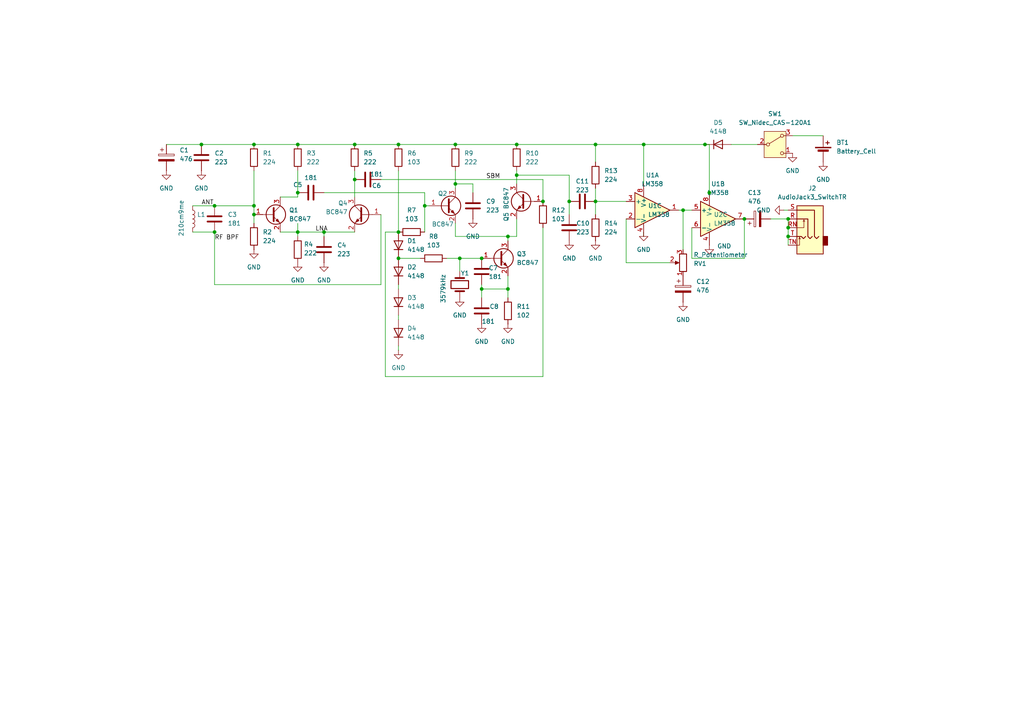
<source format=kicad_sch>
(kicad_sch (version 20250114) (generator "eeschema") (generator_version "9.0")
  (paper "A4")
  (title_block (date "2025-06-12"))
  (lib_symbols
    (symbol "Amplifier_Operational:LM358" (pin_names (offset 0.127))
      (property "Reference" "U" (at 0 5.08 0))
      (property "Value" "LM358" (at 0 -5.08 0))
      (symbol "LM358_1_1"
        (polyline (pts (xy -5.08 5.08) (xy 5.08 0) (xy -5.08 -5.08) (xy -5.08 5.08)) (stroke (width 0.254)) (fill (type background)))
        (pin input line (at -7.62 2.54 0) (length 2.54) (name "+") (number "3"))
        (pin input line (at -7.62 -2.54 0) (length 2.54) (name "-") (number "2"))
        (pin output line (at 7.62 0 180) (length 2.54) (name "~") (number "1"))
      )
      (symbol "LM358_2_1"
        (polyline (pts (xy -5.08 5.08) (xy 5.08 0) (xy -5.08 -5.08) (xy -5.08 5.08)) (stroke (width 0.254)) (fill (type background)))
        (pin input line (at -7.62 2.54 0) (length 2.54) (name "+") (number "5"))
        (pin input line (at -7.62 -2.54 0) (length 2.54) (name "-") (number "6"))
        (pin output line (at 7.62 0 180) (length 2.54) (name "~") (number "7"))
      )
      (symbol "LM358_3_1"
        (pin power_in line (at -2.54 7.62 270) (length 3.81) (name "V+") (number "8"))
        (pin power_in line (at -2.54 -7.62 90) (length 3.81) (name "V-") (number "4"))
      )
    )
    (symbol "Connector_Audio:AudioJack3_SwitchTR"
      (property "Reference" "J" (at 0 8.89 0))
      (property "Value" "AudioJack3_SwitchTR" (at 0 6.35 0))
      (symbol "AudioJack3_SwitchTR_0_1"
        (rectangle (start -5.08 -5.08) (end -6.35 -7.62) (stroke (width 0.254)) (fill (type outline)))
        (polyline (pts (xy -1.905 -5.08) (xy -1.27 -5.715) (xy -0.635 -5.08) (xy -0.635 0) (xy 2.54 0)) (stroke (width 0.254)))
        (polyline (pts (xy 0 -5.08) (xy 0.635 -5.715) (xy 1.27 -5.08) (xy 2.54 -5.08)) (stroke (width 0.254)))
        (polyline (pts (xy 0.508 -0.254) (xy 0.762 -0.762)))
        (polyline (pts (xy 1.778 -5.334) (xy 2.032 -5.842)))
        (rectangle (start 2.54 3.81) (end -5.08 -10.16) (stroke (width 0.254)) (fill (type background)))
        (polyline (pts (xy 2.54 2.54) (xy -2.54 2.54) (xy -2.54 -5.08) (xy -3.175 -5.715) (xy -3.81 -5.08)) (stroke (width 0.254)))
        (polyline (pts (xy 2.54 -2.54) (xy 0.508 -2.54) (xy 0.508 -0.254) (xy 0.254 -0.762)))
        (polyline (pts (xy 2.54 -7.62) (xy 1.778 -7.62) (xy 1.778 -5.334) (xy 1.524 -5.842)))
      )
      (symbol "AudioJack3_SwitchTR_1_1"
        (pin passive line (at 5.08 2.54 180) (length 2.54) (name "~") (number "S"))
        (pin passive line (at 5.08 0 180) (length 2.54) (name "~") (number "R"))
        (pin passive line (at 5.08 -2.54 180) (length 2.54) (name "~") (number "RN"))
        (pin passive line (at 5.08 -5.08 180) (length 2.54) (name "~") (number "T"))
        (pin passive line (at 5.08 -7.62 180) (length 2.54) (name "~") (number "TN"))
      )
    )
    (symbol "Device:Battery_Cell" (pin_numbers (hide yes)) (pin_names (offset 0) (hide yes))
      (property "Reference" "BT" (at 2.54 2.54 0))
      (property "Value" "Battery_Cell" (at 2.54 0 0))
      (symbol "Battery_Cell_0_1"
        (rectangle (start -2.286 1.778) (end 2.286 1.524) (fill (type outline)))
        (rectangle (start -1.524 1.016) (end 1.524 0.508) (fill (type outline)))
        (polyline (pts (xy 0 1.778) (xy 0 2.54)))
        (polyline (pts (xy 0 0.762) (xy 0 0)))
        (polyline (pts (xy 0.762 3.048) (xy 1.778 3.048)) (stroke (width 0.254)))
        (polyline (pts (xy 1.27 3.556) (xy 1.27 2.54)) (stroke (width 0.254)))
      )
      (symbol "Battery_Cell_1_1"
        (pin passive line (at 0 5.08 270) (length 2.54) (name "+") (number "1"))
        (pin passive line (at 0 -2.54 90) (length 2.54) (name "-") (number "2"))
      )
    )
    (symbol "Device:C" (pin_numbers (hide yes)) (pin_names (offset 0.254))
      (property "Reference" "C" (at 0.635 2.54 0))
      (property "Value" "C" (at 0.635 -2.54 0))
      (symbol "C_0_1"
        (polyline (pts (xy -2.032 0.762) (xy 2.032 0.762)) (stroke (width 0.508)))
        (polyline (pts (xy -2.032 -0.762) (xy 2.032 -0.762)) (stroke (width 0.508)))
      )
      (symbol "C_1_1"
        (pin passive line (at 0 3.81 270) (length 2.794) (name "~") (number "1"))
        (pin passive line (at 0 -3.81 90) (length 2.794) (name "~") (number "2"))
      )
    )
    (symbol "Device:C_Polarized" (pin_numbers (hide yes)) (pin_names (offset 0.254))
      (property "Reference" "C" (at 0.635 2.54 0))
      (property "Value" "C_Polarized" (at 0.635 -2.54 0))
      (symbol "C_Polarized_0_1"
        (rectangle (start -2.286 0.508) (end 2.286 1.016))
        (polyline (pts (xy -1.778 2.286) (xy -0.762 2.286)))
        (polyline (pts (xy -1.27 2.794) (xy -1.27 1.778)))
        (rectangle (start 2.286 -0.508) (end -2.286 -1.016) (fill (type outline)))
      )
      (symbol "C_Polarized_1_1"
        (pin passive line (at 0 3.81 270) (length 2.794) (name "~") (number "1"))
        (pin passive line (at 0 -3.81 90) (length 2.794) (name "~") (number "2"))
      )
    )
    (symbol "Device:Crystal" (pin_numbers (hide yes)) (pin_names (offset 1.016) (hide yes))
      (property "Reference" "Y" (at 0 3.81 0))
      (property "Value" "Crystal" (at 0 -3.81 0))
      (symbol "Crystal_0_1"
        (polyline (pts (xy -2.54 0) (xy -1.905 0)))
        (polyline (pts (xy -1.905 -1.27) (xy -1.905 1.27)) (stroke (width 0.508)))
        (rectangle (start -1.143 2.54) (end 1.143 -2.54) (stroke (width 0.3048)))
        (polyline (pts (xy 1.905 -1.27) (xy 1.905 1.27)) (stroke (width 0.508)))
        (polyline (pts (xy 2.54 0) (xy 1.905 0)))
      )
      (symbol "Crystal_1_1"
        (pin passive line (at -3.81 0 0) (length 1.27) (name "1") (number "1"))
        (pin passive line (at 3.81 0 180) (length 1.27) (name "2") (number "2"))
      )
    )
    (symbol "Device:D" (pin_numbers (hide yes)) (pin_names (offset 1.016) (hide yes))
      (property "Reference" "D" (at 0 2.54 0))
      (property "Value" "D" (at 0 -2.54 0))
      (symbol "D_0_1"
        (polyline (pts (xy -1.27 1.27) (xy -1.27 -1.27)) (stroke (width 0.254)))
        (polyline (pts (xy 1.27 1.27) (xy 1.27 -1.27) (xy -1.27 0) (xy 1.27 1.27)) (stroke (width 0.254)))
        (polyline (pts (xy 1.27 0) (xy -1.27 0)))
      )
      (symbol "D_1_1"
        (pin passive line (at -3.81 0 0) (length 2.54) (name "K") (number "1"))
        (pin passive line (at 3.81 0 180) (length 2.54) (name "A") (number "2"))
      )
    )
    (symbol "Device:L" (pin_numbers (hide yes)) (pin_names (offset 1.016) (hide yes))
      (property "Reference" "L" (at -1.27 0 90))
      (property "Value" "L" (at 1.905 0 90))
      (symbol "L_0_1"
        (arc (start 0 2.54) (mid 0.6323 1.905) (end 0 1.27))
        (arc (start 0 1.27) (mid 0.6323 0.635) (end 0 0))
        (arc (start 0 0) (mid 0.6323 -0.635) (end 0 -1.27))
        (arc (start 0 -1.27) (mid 0.6323 -1.905) (end 0 -2.54))
      )
      (symbol "L_1_1"
        (pin passive line (at 0 3.81 270) (length 1.27) (name "1") (number "1"))
        (pin passive line (at 0 -3.81 90) (length 1.27) (name "2") (number "2"))
      )
    )
    (symbol "Device:R" (pin_numbers (hide yes)) (pin_names (offset 0))
      (property "Reference" "R" (at 2.032 0 90))
      (property "Value" "R" (at 0 0 90))
      (symbol "R_0_1"
        (rectangle (start -1.016 -2.54) (end 1.016 2.54) (stroke (width 0.254)))
      )
      (symbol "R_1_1"
        (pin passive line (at 0 3.81 270) (length 1.27) (name "~") (number "1"))
        (pin passive line (at 0 -3.81 90) (length 1.27) (name "~") (number "2"))
      )
    )
    (symbol "Device:R_Potentiometer" (pin_names (offset 1.016) (hide yes))
      (property "Reference" "RV" (at -4.445 0 90))
      (property "Value" "R_Potentiometer" (at -2.54 0 90))
      (symbol "R_Potentiometer_0_1"
        (rectangle (start 1.016 2.54) (end -1.016 -2.54) (stroke (width 0.254)))
        (polyline (pts (xy 1.143 0) (xy 2.286 0.508) (xy 2.286 -0.508) (xy 1.143 0)) (fill (type outline)))
        (polyline (pts (xy 2.54 0) (xy 1.524 0)))
      )
      (symbol "R_Potentiometer_1_1"
        (pin passive line (at 0 3.81 270) (length 1.27) (name "1") (number "1"))
        (pin passive line (at 0 -3.81 90) (length 1.27) (name "3") (number "3"))
        (pin passive line (at 3.81 0 180) (length 1.27) (name "2") (number "2"))
      )
    )
    (symbol "Switch:SW_Nidec_CAS-120A1" (pin_names (offset 1) (hide yes))
      (property "Reference" "SW" (at 0 4.318 0))
      (property "Value" "SW_Nidec_CAS-120A1" (at 0 -5.08 0))
      (symbol "SW_Nidec_CAS-120A1_0_1"
        (circle (center -2.032 0) (radius 0.4572))
        (polyline (pts (xy -1.651 0.254) (xy 1.651 2.286)))
        (circle (center 2.032 2.54) (radius 0.4572))
        (circle (center 2.032 -2.54) (radius 0.4572))
      )
      (symbol "SW_Nidec_CAS-120A1_1_1"
        (rectangle (start -3.175 3.81) (end 3.175 -3.81) (fill (type background)))
        (pin passive line (at -5.08 0 0) (length 2.54) (name "B") (number "2"))
        (pin passive line (at 5.08 2.54 180) (length 2.54) (name "A") (number "3"))
        (pin passive line (at 5.08 -2.54 180) (length 2.54) (name "C") (number "1"))
      )
    )
    (symbol "Transistor_BJT:BC847" (pin_names (offset 0) (hide yes))
      (property "Reference" "Q" (at 5.08 1.905 0))
      (property "Value" "BC847" (at 5.08 0 0))
      (symbol "BC847_0_1"
        (polyline (pts (xy -2.54 0) (xy 0.635 0)))
        (polyline (pts (xy 0.635 1.905) (xy 0.635 -1.905)) (stroke (width 0.508)))
        (circle (center 1.27 0) (radius 2.8194) (stroke (width 0.254)))
      )
      (symbol "BC847_1_1"
        (polyline (pts (xy 0.635 0.635) (xy 2.54 2.54)))
        (polyline (pts (xy 0.635 -0.635) (xy 2.54 -2.54)))
        (polyline (pts (xy 1.27 -1.778) (xy 1.778 -1.27) (xy 2.286 -2.286) (xy 1.27 -1.778)) (fill (type outline)))
        (pin input line (at -5.08 0 0) (length 2.54) (name "B") (number "1"))
        (pin passive line (at 2.54 5.08 270) (length 2.54) (name "C") (number "3"))
        (pin passive line (at 2.54 -5.08 90) (length 2.54) (name "E") (number "2"))
      )
    )
    (symbol "power:GND" (power) (pin_numbers (hide yes)) (pin_names (offset 0) (hide yes))
      (property "Value" "GND" (at 0 -3.81 0))
      (symbol "GND_0_1"
        (polyline (pts (xy 0 0) (xy 0 -1.27) (xy 1.27 -1.27) (xy 0 -2.54) (xy -1.27 -1.27) (xy 0 -1.27)))
      )
      (symbol "GND_1_1"
        (pin power_in line (at 0 0 270) (length 0) (name "~") (number "1"))
      )
    )
  )
  (junction (at 86.36 67.31))
  (junction (at 115.57 41.91))
  (junction (at 73.66 62.23))
  (junction (at 62.23 59.69))
  (junction (at 102.87 52.07))
  (junction (at 139.7 83.82))
  (junction (at 204.47 41.91))
  (junction (at 147.32 68.58))
  (junction (at 73.66 41.91))
  (junction (at 139.7 74.93))
  (junction (at 228.6 63.5))
  (junction (at 198.12 60.96))
  (junction (at 132.08 53.34))
  (junction (at 115.57 74.93))
  (junction (at 205.74 55.88))
  (junction (at 62.23 67.31))
  (junction (at 86.36 55.88))
  (junction (at 228.6 66.04))
  (junction (at 93.98 67.31))
  (junction (at 86.36 41.91))
  (junction (at 228.6 68.58))
  (junction (at 58.42 41.91))
  (junction (at 157.48 58.42))
  (junction (at 133.35 74.93))
  (junction (at 165.1 58.42))
  (junction (at 147.32 83.82))
  (junction (at 172.72 41.91))
  (junction (at 123.19 59.69))
  (junction (at 102.87 41.91))
  (junction (at 186.69 41.91))
  (junction (at 149.86 50.8))
  (junction (at 172.72 58.42))
  (junction (at 132.08 41.91))
  (junction (at 115.57 67.31))
  (junction (at 215.9 63.5))
  (junction (at 73.66 59.69))
  (junction (at 149.86 41.91))
  (wire (pts (xy 133.35 74.93) (xy 133.35 78.74)))
  (wire (pts (xy 73.66 41.91) (xy 86.36 41.91)))
  (wire (pts (xy 149.86 50.8) (xy 149.86 53.34)))
  (wire (pts (xy 86.36 67.31) (xy 86.36 64.77)))
  (wire (pts (xy 165.1 50.8) (xy 149.86 50.8)))
  (wire (pts (xy 228.6 66.04) (xy 228.6 68.58)))
  (wire (pts (xy 157.48 109.22) (xy 111.76 109.22)))
  (wire (pts (xy 93.98 67.31) (xy 102.87 67.31)))
  (wire (pts (xy 110.49 62.23) (xy 110.49 82.55)))
  (wire (pts (xy 86.36 41.91) (xy 102.87 41.91)))
  (wire (pts (xy 132.08 68.58) (xy 147.32 68.58)))
  (wire (pts (xy 198.12 60.96) (xy 198.12 72.39)))
  (wire (pts (xy 102.87 41.91) (xy 115.57 41.91)))
  (wire (pts (xy 58.42 41.91) (xy 73.66 41.91)))
  (wire (pts (xy 215.9 74.93) (xy 215.9 63.5)))
  (wire (pts (xy 137.16 53.34) (xy 132.08 53.34)))
  (wire (pts (xy 81.28 57.15) (xy 86.36 57.15)))
  (wire (pts (xy 139.7 86.36) (xy 139.7 83.82)))
  (wire (pts (xy 86.36 68.58) (xy 86.36 67.31)))
  (wire (pts (xy 186.69 41.91) (xy 172.72 41.91)))
  (wire (pts (xy 147.32 68.58) (xy 147.32 69.85)))
  (wire (pts (xy 165.1 58.42) (xy 165.1 50.8)))
  (wire (pts (xy 200.66 74.93) (xy 215.9 74.93)))
  (wire (pts (xy 62.23 59.69) (xy 73.66 59.69)))
  (wire (pts (xy 123.19 59.69) (xy 124.46 59.69)))
  (wire (pts (xy 165.1 58.42) (xy 165.1 62.23)))
  (wire (pts (xy 172.72 58.42) (xy 181.61 58.42)))
  (wire (pts (xy 172.72 54.61) (xy 172.72 58.42)))
  (wire (pts (xy 149.86 68.58) (xy 149.86 63.5)))
  (wire (pts (xy 205.74 55.88) (xy 205.74 57.15)))
  (wire (pts (xy 129.54 74.93) (xy 133.35 74.93)))
  (wire (pts (xy 205.74 41.91) (xy 205.74 55.88)))
  (wire (pts (xy 86.36 67.31) (xy 93.98 67.31)))
  (wire (pts (xy 139.7 83.82) (xy 139.7 82.55)))
  (wire (pts (xy 227.33 60.96) (xy 228.6 60.96)))
  (wire (pts (xy 110.49 52.07) (xy 157.48 52.07)))
  (wire (pts (xy 115.57 92.71) (xy 115.57 91.44)))
  (wire (pts (xy 139.7 83.82) (xy 147.32 83.82)))
  (wire (pts (xy 55.88 59.69) (xy 62.23 59.69)))
  (wire (pts (xy 62.23 82.55) (xy 110.49 82.55)))
  (wire (pts (xy 115.57 101.6) (xy 115.57 100.33)))
  (wire (pts (xy 223.52 63.5) (xy 228.6 63.5)))
  (wire (pts (xy 73.66 59.69) (xy 73.66 62.23)))
  (wire (pts (xy 132.08 49.53) (xy 132.08 53.34)))
  (wire (pts (xy 123.19 59.69) (xy 123.19 67.31)))
  (wire (pts (xy 73.66 62.23) (xy 73.66 64.77)))
  (wire (pts (xy 186.69 41.91) (xy 204.47 41.91)))
  (wire (pts (xy 186.69 67.31) (xy 186.69 68.58)))
  (wire (pts (xy 121.92 74.93) (xy 115.57 74.93)))
  (wire (pts (xy 115.57 83.82) (xy 115.57 82.55)))
  (wire (pts (xy 93.98 55.88) (xy 123.19 55.88)))
  (wire (pts (xy 172.72 58.42) (xy 172.72 62.23)))
  (wire (pts (xy 212.09 41.91) (xy 219.71 41.91)))
  (wire (pts (xy 48.26 41.91) (xy 58.42 41.91)))
  (wire (pts (xy 55.88 67.31) (xy 62.23 67.31)))
  (wire (pts (xy 149.86 49.53) (xy 149.86 50.8)))
  (wire (pts (xy 102.87 52.07) (xy 102.87 57.15)))
  (wire (pts (xy 228.6 68.58) (xy 228.6 71.12)))
  (wire (pts (xy 111.76 109.22) (xy 111.76 67.31)))
  (wire (pts (xy 196.85 60.96) (xy 198.12 60.96)))
  (wire (pts (xy 73.66 49.53) (xy 73.66 59.69)))
  (wire (pts (xy 132.08 41.91) (xy 149.86 41.91)))
  (wire (pts (xy 86.36 49.53) (xy 86.36 55.88)))
  (wire (pts (xy 81.28 67.31) (xy 86.36 67.31)))
  (wire (pts (xy 181.61 76.2) (xy 194.31 76.2)))
  (wire (pts (xy 181.61 63.5) (xy 181.61 76.2)))
  (wire (pts (xy 62.23 67.31) (xy 62.23 82.55)))
  (wire (pts (xy 172.72 41.91) (xy 172.72 46.99)))
  (wire (pts (xy 111.76 67.31) (xy 115.57 67.31)))
  (wire (pts (xy 228.6 63.5) (xy 228.6 66.04)))
  (wire (pts (xy 93.98 68.58) (xy 93.98 67.31)))
  (wire (pts (xy 147.32 68.58) (xy 149.86 68.58)))
  (wire (pts (xy 198.12 60.96) (xy 200.66 60.96)))
  (wire (pts (xy 123.19 55.88) (xy 123.19 59.69)))
  (wire (pts (xy 115.57 49.53) (xy 115.57 67.31)))
  (wire (pts (xy 229.87 39.37) (xy 238.76 39.37)))
  (wire (pts (xy 132.08 53.34) (xy 132.08 54.61)))
  (wire (pts (xy 147.32 80.01) (xy 147.32 83.82)))
  (wire (pts (xy 132.08 64.77) (xy 132.08 68.58)))
  (wire (pts (xy 86.36 55.88) (xy 86.36 57.15)))
  (wire (pts (xy 137.16 55.88) (xy 137.16 53.34)))
  (wire (pts (xy 172.72 41.91) (xy 149.86 41.91)))
  (wire (pts (xy 205.74 41.91) (xy 204.47 41.91)))
  (wire (pts (xy 157.48 66.04) (xy 157.48 109.22)))
  (wire (pts (xy 147.32 86.36) (xy 147.32 83.82)))
  (wire (pts (xy 115.57 41.91) (xy 132.08 41.91)))
  (wire (pts (xy 133.35 74.93) (xy 139.7 74.93)))
  (wire (pts (xy 200.66 66.04) (xy 200.66 74.93)))
  (wire (pts (xy 157.48 52.07) (xy 157.48 58.42)))
  (wire (pts (xy 102.87 49.53) (xy 102.87 52.07)))
  (wire (pts (xy 186.69 41.91) (xy 186.69 53.34)))
  (label "RF BPF" (at 62.23 69.85 0))
  (label "SBM" (at 140.97 52.07 0))
  (label "LNA" (at 91.44 67.31 0))
  (label "ANT" (at 58.42 59.69 0))
  (symbol (lib_id "power:GND") (at 198.12 87.63 0) (unit 1)
    (property "Reference" "#PWR011" (effects (hide yes)))
    (property "Value" "GND" (at 198.12 92.71 0))
    (property "Description" "Power symbol creates a global label with name \"GND\" , ground" (effects (hide yes)))
  )
  (symbol (lib_id "power:GND") (at 165.1 69.85 0) (unit 1)
    (property "Reference" "#PWR08" (effects (hide yes)))
    (property "Value" "GND" (at 165.1 74.93 0))
    (property "Description" "Power symbol creates a global label with name \"GND\" , ground" (effects (hide yes)))
  )
  (symbol (lib_id "Device:C") (at 165.1 66.04 180) (unit 1)
    (property "Reference" "C10" (at 167.132 64.77 0) (effects (justify right)))
    (property "Value" "223" (at 167.132 67.31 0) (effects (justify right)))
    (property "Footprint" "Capacitor_SMD:C_0805_2012Metric_Pad1.18x1.45mm_HandSolder" (effects (hide yes)))
    (property "Description" "Unpolarized capacitor" (effects (hide yes)))
  )
  (symbol (lib_id "Device:R") (at 149.86 45.72 180) (unit 1)
    (property "Reference" "R10" (at 152.4 44.4499 0) (effects (justify right)))
    (property "Value" "222" (at 152.4 46.9899 0) (effects (justify right)))
    (property "Footprint" "Resistor_SMD:R_1206_3216Metric_Pad1.30x1.75mm_HandSolder" (effects (hide yes)))
    (property "Description" "Resistor" (effects (hide yes)))
  )
  (symbol (lib_id "Device:C_Polarized") (at 219.71 63.5 90) (unit 1)
    (property "Reference" "C13" (at 218.821 55.88 90))
    (property "Value" "476" (at 218.821 58.42 90))
    (property "Footprint" "Capacitor_SMD:CP_Elec_6.3x5.3" (effects (hide yes)))
    (property "Description" "Polarized capacitor" (effects (hide yes)))
  )
  (symbol (lib_id "power:GND") (at 147.32 93.98 0) (unit 1)
    (property "Reference" "#PWR07" (effects (hide yes)))
    (property "Value" "GND" (at 147.32 99.06 0))
    (property "Description" "Power symbol creates a global label with name \"GND\" , ground" (effects (hide yes)))
  )
  (symbol (lib_id "Amplifier_Operational:LM358") (at 189.23 60.96 0) (unit 3)
    (property "Reference" "U1" (at 187.96 59.6899 0) (effects (justify left)))
    (property "Value" "LM358" (at 187.96 62.2299 0) (effects (justify left)))
    (property "Footprint" "Package_SO:SOIC-8_3.9x4.9mm_P1.27mm" (effects (hide yes)))
    (property "Datasheet" "http://www.ti.com/lit/ds/symlink/lm2904-n.pdf" (effects (hide yes)))
    (property "Description" "Low-Power, Dual Operational Amplifiers, DIP-8/SOIC-8/TO-99-8" (effects (hide yes)))
  )
  (symbol (lib_id "Device:C") (at 90.17 55.88 270) (mirror x) (unit 1)
    (property "Reference" "C5" (at 86.36 53.594 90))
    (property "Value" "181" (at 90.17 51.562 90))
    (property "Footprint" "Capacitor_SMD:C_1206_3216Metric_Pad1.33x1.80mm_HandSolder" (effects (hide yes)))
    (property "Description" "Unpolarized capacitor" (effects (hide yes)))
  )
  (symbol (lib_id "Device:R") (at 132.08 45.72 180) (unit 1)
    (property "Reference" "R9" (at 134.62 44.4499 0) (effects (justify right)))
    (property "Value" "222" (at 134.62 46.9899 0) (effects (justify right)))
    (property "Footprint" "Resistor_SMD:R_1206_3216Metric_Pad1.30x1.75mm_HandSolder" (effects (hide yes)))
    (property "Description" "Resistor" (effects (hide yes)))
  )
  (symbol (lib_id "Device:R") (at 172.72 66.04 180) (unit 1)
    (property "Reference" "R14" (at 175.26 64.7699 0) (effects (justify right)))
    (property "Value" "224" (at 175.26 67.3099 0) (effects (justify right)))
    (property "Footprint" "Resistor_SMD:R_1206_3216Metric_Pad1.30x1.75mm_HandSolder" (effects (hide yes)))
    (property "Description" "Resistor" (effects (hide yes)))
  )
  (symbol (lib_id "power:GND") (at 205.74 71.12 0) (unit 1)
    (property "Reference" "#PWR012" (effects (hide yes)))
    (property "Value" "GND" (at 210.058 71.374 0))
    (property "Description" "Power symbol creates a global label with name \"GND\" , ground" (effects (hide yes)))
  )
  (symbol (lib_id "power:GND") (at 58.42 49.53 0) (unit 1)
    (property "Reference" "#PWR021" (effects (hide yes)))
    (property "Value" "GND" (at 58.42 54.61 0))
    (property "Description" "Power symbol creates a global label with name \"GND\" , ground" (effects (hide yes)))
  )
  (symbol (lib_id "Transistor_BJT:BC847") (at 129.54 59.69 0) (unit 1)
    (property "Reference" "Q2" (at 127 56.134 0) (effects (justify left)))
    (property "Value" "BC847" (at 125.222 65.024 0) (effects (justify left)))
    (property "Footprint" "Package_TO_SOT_SMD:SOT-23" (effects (hide yes)))
    (property "Datasheet" "http://www.infineon.com/dgdl/Infineon-BC847SERIES_BC848SERIES_BC849SERIES_BC850SERIES-DS-v01_01-en.pdf?fileId=db3a304314dca389011541d4630a1657" (effects (hide yes)))
    (property "Description" "0.1A Ic, 45V Vce, NPN Transistor, SOT-23" (effects (hide yes)))
  )
  (symbol (lib_id "Device:C_Polarized") (at 198.12 83.82 0) (unit 1)
    (property "Reference" "C12" (at 201.93 81.6609 0) (effects (justify left)))
    (property "Value" "476" (at 201.93 84.2009 0) (effects (justify left)))
    (property "Footprint" "Capacitor_SMD:CP_Elec_6.3x5.3" (effects (hide yes)))
    (property "Description" "Polarized capacitor" (effects (hide yes)))
  )
  (symbol (lib_id "Device:Battery_Cell") (at 238.76 44.45 0) (unit 1)
    (property "Reference" "BT1" (at 242.57 41.3384 0) (effects (justify left)))
    (property "Value" "Battery_Cell" (at 242.57 43.8784 0) (effects (justify left)))
    (property "Footprint" "Connector_PinSocket_2.54mm:PinSocket_1x02_P2.54mm_Vertical" (effects (hide yes)))
    (property "Description" "Single-cell battery" (effects (hide yes)))
  )
  (symbol (lib_id "Device:R") (at 115.57 45.72 0) (unit 1)
    (property "Reference" "R6" (at 118.11 44.4499 0) (effects (justify left)))
    (property "Value" "103" (at 118.11 46.9899 0) (effects (justify left)))
    (property "Footprint" "Resistor_SMD:R_1206_3216Metric_Pad1.30x1.75mm_HandSolder" (effects (hide yes)))
    (property "Description" "Resistor" (effects (hide yes)))
  )
  (symbol (lib_id "power:GND") (at 229.87 44.45 0) (unit 1)
    (property "Reference" "#PWR014" (effects (hide yes)))
    (property "Value" "GND" (at 229.87 49.53 0))
    (property "Description" "Power symbol creates a global label with name \"GND\" , ground" (effects (hide yes)))
  )
  (symbol (lib_id "Device:D") (at 115.57 87.63 90) (unit 1)
    (property "Reference" "D3" (at 118.11 86.3599 90) (effects (justify right)))
    (property "Value" "4148" (at 118.11 88.8999 90) (effects (justify right)))
    (property "Footprint" "Diode_SMD:D_0805_2012Metric_Pad1.15x1.40mm_HandSolder" (effects (hide yes)))
    (property "Description" "Diode" (effects (hide yes)))
    (property "Sim.Device" "D" (effects (hide yes)))
    (property "Sim.Pins" "1=K 2=A" (effects (hide yes)))
  )
  (symbol (lib_id "power:GND") (at 137.16 63.5 0) (unit 1)
    (property "Reference" "#PWR019" (effects (hide yes)))
    (property "Value" "GND" (at 137.16 68.58 0))
    (property "Description" "Power symbol creates a global label with name \"GND\" , ground" (effects (hide yes)))
  )
  (symbol (lib_id "Device:L") (at 55.88 63.5 0) (unit 1)
    (property "Reference" "L1" (at 57.15 62.2299 0) (effects (justify left)))
    (property "Value" "210cm9me" (at 52.578 68.58 90) (effects (justify left)))
    (property "Footprint" "Connector_PinHeader_2.54mm:PinHeader_1x02_P2.54mm_Vertical" (effects (hide yes)))
    (property "Description" "Inductor" (effects (hide yes)))
  )
  (symbol (lib_id "Device:R") (at 86.36 72.39 0) (unit 1)
    (property "Reference" "R4" (at 88.138 70.866 0) (effects (justify left)))
    (property "Value" "222" (at 88.138 73.406 0) (effects (justify left)))
    (property "Footprint" "Resistor_SMD:R_1206_3216Metric_Pad1.30x1.75mm_HandSolder" (effects (hide yes)))
    (property "Description" "Resistor" (effects (hide yes)))
  )
  (symbol (lib_id "Device:C") (at 93.98 72.39 0) (unit 1)
    (property "Reference" "C4" (at 97.79 71.1199 0) (effects (justify left)))
    (property "Value" "223" (at 97.79 73.6599 0) (effects (justify left)))
    (property "Footprint" "Capacitor_SMD:C_0805_2012Metric_Pad1.18x1.45mm_HandSolder" (effects (hide yes)))
    (property "Description" "Unpolarized capacitor" (effects (hide yes)))
  )
  (symbol (lib_id "power:GND") (at 238.76 46.99 0) (unit 1)
    (property "Reference" "#PWR01" (effects (hide yes)))
    (property "Value" "GND" (at 238.76 52.07 0))
    (property "Description" "Power symbol creates a global label with name \"GND\" , ground" (effects (hide yes)))
  )
  (symbol (lib_id "Device:Crystal") (at 133.35 82.55 90) (unit 1)
    (property "Reference" "Y1" (at 133.604 79.248 90) (effects (justify right)))
    (property "Value" "3579kHz" (at 128.524 79.502 0) (effects (justify right)))
    (property "Footprint" "Crystal:Crystal_HC49-4H_Vertical" (effects (hide yes)))
    (property "Description" "Two pin crystal" (effects (hide yes)))
  )
  (symbol (lib_id "Transistor_BJT:BC847") (at 105.41 62.23 0) (mirror y) (unit 1)
    (property "Reference" "Q4" (at 100.838 58.928 0) (effects (justify left)))
    (property "Value" "BC847" (at 100.838 61.468 0) (effects (justify left)))
    (property "Footprint" "Package_TO_SOT_SMD:SOT-23" (effects (hide yes)))
    (property "Datasheet" "http://www.infineon.com/dgdl/Infineon-BC847SERIES_BC848SERIES_BC849SERIES_BC850SERIES-DS-v01_01-en.pdf?fileId=db3a304314dca389011541d4630a1657" (effects (hide yes)))
    (property "Description" "0.1A Ic, 45V Vce, NPN Transistor, SOT-23" (effects (hide yes)))
  )
  (symbol (lib_id "power:GND") (at 115.57 101.6 0) (unit 1)
    (property "Reference" "#PWR05" (effects (hide yes)))
    (property "Value" "GND" (at 115.57 106.68 0))
    (property "Description" "Power symbol creates a global label with name \"GND\" , ground" (effects (hide yes)))
  )
  (symbol (lib_id "Device:R_Potentiometer") (at 198.12 76.2 180) (unit 1)
    (property "Reference" "RV1" (at 201.168 76.454 0) (effects (justify right)))
    (property "Value" "R_Potentiometer" (at 201.168 73.914 0) (effects (justify right)))
    (property "Footprint" "Potentiometer_THT:Potentiometer_Omeg_PC16BU_Vertical" (effects (hide yes)))
    (property "Description" "Potentiometer" (effects (hide yes)))
  )
  (symbol (lib_id "Device:D") (at 115.57 78.74 90) (unit 1)
    (property "Reference" "D2" (at 118.11 77.4699 90) (effects (justify right)))
    (property "Value" "4148" (at 118.11 80.0099 90) (effects (justify right)))
    (property "Footprint" "Diode_SMD:D_0805_2012Metric_Pad1.15x1.40mm_HandSolder" (effects (hide yes)))
    (property "Description" "Diode" (effects (hide yes)))
    (property "Sim.Device" "D" (effects (hide yes)))
    (property "Sim.Pins" "1=K 2=A" (effects (hide yes)))
  )
  (symbol (lib_id "Switch:SW_Nidec_CAS-120A1") (at 224.79 41.91 0) (unit 1)
    (property "Reference" "SW1" (at 224.79 33.02 0))
    (property "Value" "SW_Nidec_CAS-120A1" (at 224.79 35.56 0))
    (property "Footprint" "Library:SW_Toggle_Blue_wSlots" (effects (hide yes)))
    (property "Datasheet" "https://www.nidec-components.com/e/catalog/switch/cas.pdf" (effects (hide yes)))
    (property "Description" "Switch, single pole double throw" (effects (hide yes)))
  )
  (symbol (lib_id "Device:C") (at 139.7 90.17 180) (unit 1)
    (property "Reference" "C8" (at 141.986 88.9 0) (effects (justify right)))
    (property "Value" "181" (at 139.7 93.218 0) (effects (justify right)))
    (property "Footprint" "Capacitor_SMD:C_1206_3216Metric_Pad1.33x1.80mm_HandSolder" (effects (hide yes)))
    (property "Description" "Unpolarized capacitor" (effects (hide yes)))
  )
  (symbol (lib_id "Device:C") (at 139.7 78.74 180) (unit 1)
    (property "Reference" "C7" (at 141.732 77.724 0) (effects (justify right)))
    (property "Value" "181" (at 141.732 80.264 0) (effects (justify right)))
    (property "Footprint" "Capacitor_SMD:C_1206_3216Metric_Pad1.33x1.80mm_HandSolder" (effects (hide yes)))
    (property "Description" "Unpolarized capacitor" (effects (hide yes)))
  )
  (symbol (lib_id "power:GND") (at 186.69 67.31 0) (unit 1)
    (property "Reference" "#PWR010" (effects (hide yes)))
    (property "Value" "GND" (at 186.69 72.39 0))
    (property "Description" "Power symbol creates a global label with name \"GND\" , ground" (effects (hide yes)))
  )
  (symbol (lib_id "power:GND") (at 73.66 72.39 0) (unit 1)
    (property "Reference" "#PWR02" (effects (hide yes)))
    (property "Value" "GND" (at 73.66 77.47 0))
    (property "Description" "Power symbol creates a global label with name \"GND\" , ground" (effects (hide yes)))
  )
  (symbol (lib_id "Amplifier_Operational:LM358") (at 208.28 63.5 0) (unit 2)
    (property "Reference" "U1" (at 208.28 53.34 0))
    (property "Value" "LM358" (at 208.28 55.88 0))
    (property "Footprint" "Package_SO:SOIC-8_3.9x4.9mm_P1.27mm" (effects (hide yes)))
    (property "Datasheet" "http://www.ti.com/lit/ds/symlink/lm2904-n.pdf" (effects (hide yes)))
    (property "Description" "Low-Power, Dual Operational Amplifiers, DIP-8/SOIC-8/TO-99-8" (effects (hide yes)))
  )
  (symbol (lib_id "power:GND") (at 227.33 60.96 270) (unit 1)
    (property "Reference" "#PWR013" (effects (hide yes)))
    (property "Value" "GND" (at 223.52 60.9599 90) (effects (justify right)))
    (property "Description" "Power symbol creates a global label with name \"GND\" , ground" (effects (hide yes)))
  )
  (symbol (lib_id "Device:R") (at 73.66 45.72 0) (unit 1)
    (property "Reference" "R1" (at 76.2 44.4499 0) (effects (justify left)))
    (property "Value" "224" (at 76.2 46.9899 0) (effects (justify left)))
    (property "Footprint" "Resistor_SMD:R_1206_3216Metric_Pad1.30x1.75mm_HandSolder" (effects (hide yes)))
    (property "Description" "Resistor" (effects (hide yes)))
  )
  (symbol (lib_id "power:GND") (at 139.7 93.98 0) (unit 1)
    (property "Reference" "#PWR06" (effects (hide yes)))
    (property "Value" "GND" (at 139.7 99.06 0))
    (property "Description" "Power symbol creates a global label with name \"GND\" , ground" (effects (hide yes)))
  )
  (symbol (lib_id "Device:C") (at 168.91 58.42 270) (unit 1)
    (property "Reference" "C11" (at 168.91 52.578 90))
    (property "Value" "223" (at 168.91 55.118 90))
    (property "Footprint" "Capacitor_SMD:C_0805_2012Metric_Pad1.18x1.45mm_HandSolder" (effects (hide yes)))
    (property "Description" "Unpolarized capacitor" (effects (hide yes)))
  )
  (symbol (lib_id "Device:R") (at 119.38 67.31 90) (unit 1)
    (property "Reference" "R7" (at 119.38 60.96 90))
    (property "Value" "103" (at 119.38 63.5 90))
    (property "Footprint" "Resistor_SMD:R_1206_3216Metric_Pad1.30x1.75mm_HandSolder" (effects (hide yes)))
    (property "Description" "Resistor" (effects (hide yes)))
  )
  (symbol (lib_id "Device:C") (at 137.16 59.69 180) (unit 1)
    (property "Reference" "C9" (at 140.97 58.4199 0) (effects (justify right)))
    (property "Value" "223" (at 140.97 60.9599 0) (effects (justify right)))
    (property "Footprint" "Capacitor_SMD:C_0805_2012Metric_Pad1.18x1.45mm_HandSolder" (effects (hide yes)))
    (property "Description" "Unpolarized capacitor" (effects (hide yes)))
  )
  (symbol (lib_id "Device:R") (at 147.32 90.17 180) (unit 1)
    (property "Reference" "R11" (at 149.86 88.8999 0) (effects (justify right)))
    (property "Value" "102" (at 149.86 91.4399 0) (effects (justify right)))
    (property "Footprint" "Resistor_SMD:R_1206_3216Metric_Pad1.30x1.75mm_HandSolder" (effects (hide yes)))
    (property "Description" "Resistor" (effects (hide yes)))
  )
  (symbol (lib_id "Device:D") (at 208.28 41.91 0) (unit 1)
    (property "Reference" "D5" (at 208.28 35.56 0))
    (property "Value" "4148" (at 208.28 38.1 0))
    (property "Footprint" "Diode_SMD:D_SMB-SMC_Universal_Handsoldering" (effects (hide yes)))
    (property "Description" "Diode" (effects (hide yes)))
    (property "Sim.Device" "D" (effects (hide yes)))
    (property "Sim.Pins" "1=K 2=A" (effects (hide yes)))
  )
  (symbol (lib_id "Amplifier_Operational:LM358") (at 189.23 60.96 0) (unit 1)
    (property "Reference" "U1" (at 189.23 50.8 0))
    (property "Value" "LM358" (at 189.23 53.34 0))
    (property "Footprint" "Package_SO:SOIC-8_3.9x4.9mm_P1.27mm" (effects (hide yes)))
    (property "Datasheet" "http://www.ti.com/lit/ds/symlink/lm2904-n.pdf" (effects (hide yes)))
    (property "Description" "Low-Power, Dual Operational Amplifiers, DIP-8/SOIC-8/TO-99-8" (effects (hide yes)))
  )
  (symbol (lib_id "Amplifier_Operational:LM358") (at 208.28 63.5 0) (unit 3)
    (property "Reference" "U2" (at 207.01 62.2299 0) (effects (justify left)))
    (property "Value" "LM358" (at 207.01 64.7699 0) (effects (justify left)))
    (property "Datasheet" "http://www.ti.com/lit/ds/symlink/lm2904-n.pdf" (effects (hide yes)))
    (property "Description" "Low-Power, Dual Operational Amplifiers, DIP-8/SOIC-8/TO-99-8" (effects (hide yes)))
  )
  (symbol (lib_id "power:GND") (at 86.36 76.2 0) (unit 1)
    (property "Reference" "#PWR03" (effects (hide yes)))
    (property "Value" "GND" (at 86.36 81.28 0))
    (property "Description" "Power symbol creates a global label with name \"GND\" , ground" (effects (hide yes)))
  )
  (symbol (lib_id "power:GND") (at 93.98 76.2 0) (unit 1)
    (property "Reference" "#PWR04" (effects (hide yes)))
    (property "Value" "GND" (at 93.98 81.28 0))
    (property "Description" "Power symbol creates a global label with name \"GND\" , ground" (effects (hide yes)))
  )
  (symbol (lib_id "Device:C") (at 106.68 52.07 90) (unit 1)
    (property "Reference" "C6" (at 109.22 53.848 90))
    (property "Value" "181" (at 109.22 50.546 90))
    (property "Footprint" "Capacitor_SMD:C_1206_3216Metric_Pad1.33x1.80mm_HandSolder" (effects (hide yes)))
    (property "Description" "Unpolarized capacitor" (effects (hide yes)))
  )
  (symbol (lib_id "Device:R") (at 86.36 45.72 0) (unit 1)
    (property "Reference" "R3" (at 88.9 44.4499 0) (effects (justify left)))
    (property "Value" "222" (at 88.9 46.9899 0) (effects (justify left)))
    (property "Footprint" "Resistor_SMD:R_1206_3216Metric_Pad1.30x1.75mm_HandSolder" (effects (hide yes)))
    (property "Description" "Resistor" (effects (hide yes)))
  )
  (symbol (lib_id "Connector_Audio:AudioJack3_SwitchTR") (at 233.68 63.5 0) (mirror y) (unit 1)
    (property "Reference" "J2" (at 235.585 54.61 0))
    (property "Value" "AudioJack3_SwitchTR" (at 235.585 57.15 0))
    (property "Footprint" "Connector_Audio:Jack_3.5mm_CUI_SJ1-3515N_Horizontal" (effects (hide yes)))
    (property "Description" "Audio Jack, 3 Poles (Stereo / TRS), Switched TR Poles (Normalling)" (effects (hide yes)))
  )
  (symbol (lib_id "Device:R") (at 172.72 50.8 180) (unit 1)
    (property "Reference" "R13" (at 175.26 49.5299 0) (effects (justify right)))
    (property "Value" "224" (at 175.26 52.0699 0) (effects (justify right)))
    (property "Footprint" "Resistor_SMD:R_1206_3216Metric_Pad1.30x1.75mm_HandSolder" (effects (hide yes)))
    (property "Description" "Resistor" (effects (hide yes)))
  )
  (symbol (lib_id "Device:R") (at 73.66 68.58 0) (unit 1)
    (property "Reference" "R2" (at 76.2 67.3099 0) (effects (justify left)))
    (property "Value" "224" (at 76.2 69.8499 0) (effects (justify left)))
    (property "Footprint" "Resistor_SMD:R_1206_3216Metric_Pad1.30x1.75mm_HandSolder" (effects (hide yes)))
    (property "Description" "Resistor" (effects (hide yes)))
  )
  (symbol (lib_id "power:GND") (at 48.26 49.53 0) (unit 1)
    (property "Reference" "#PWR020" (effects (hide yes)))
    (property "Value" "GND" (at 48.26 54.61 0))
    (property "Description" "Power symbol creates a global label with name \"GND\" , ground" (effects (hide yes)))
  )
  (symbol (lib_id "Transistor_BJT:BC847") (at 78.74 62.23 0) (unit 1)
    (property "Reference" "Q1" (at 83.82 60.9599 0) (effects (justify left)))
    (property "Value" "BC847" (at 83.82 63.4999 0) (effects (justify left)))
    (property "Footprint" "Package_TO_SOT_SMD:SOT-23" (effects (hide yes)))
    (property "Datasheet" "http://www.infineon.com/dgdl/Infineon-BC847SERIES_BC848SERIES_BC849SERIES_BC850SERIES-DS-v01_01-en.pdf?fileId=db3a304314dca389011541d4630a1657" (effects (hide yes)))
    (property "Description" "0.1A Ic, 45V Vce, NPN Transistor, SOT-23" (effects (hide yes)))
  )
  (symbol (lib_id "Device:D") (at 115.57 96.52 90) (unit 1)
    (property "Reference" "D4" (at 118.11 95.2499 90) (effects (justify right)))
    (property "Value" "4148" (at 118.11 97.7899 90) (effects (justify right)))
    (property "Footprint" "Diode_SMD:D_0805_2012Metric_Pad1.15x1.40mm_HandSolder" (effects (hide yes)))
    (property "Description" "Diode" (effects (hide yes)))
    (property "Sim.Device" "D" (effects (hide yes)))
    (property "Sim.Pins" "1=K 2=A" (effects (hide yes)))
  )
  (symbol (lib_id "Device:R") (at 125.73 74.93 90) (unit 1)
    (property "Reference" "R8" (at 125.73 68.58 90))
    (property "Value" "103" (at 125.73 71.12 90))
    (property "Footprint" "Resistor_SMD:R_1206_3216Metric_Pad1.30x1.75mm_HandSolder" (effects (hide yes)))
    (property "Description" "Resistor" (effects (hide yes)))
  )
  (symbol (lib_id "Device:R") (at 102.87 45.72 0) (unit 1)
    (property "Reference" "R5" (at 105.41 44.4499 0) (effects (justify left)))
    (property "Value" "222" (at 105.41 46.9899 0) (effects (justify left)))
    (property "Footprint" "Resistor_SMD:R_1206_3216Metric_Pad1.30x1.75mm_HandSolder" (effects (hide yes)))
    (property "Description" "Resistor" (effects (hide yes)))
  )
  (symbol (lib_id "Device:D") (at 115.57 71.12 90) (unit 1)
    (property "Reference" "D1" (at 118.11 69.8499 90) (effects (justify right)))
    (property "Value" "4148" (at 118.11 72.3899 90) (effects (justify right)))
    (property "Footprint" "Diode_SMD:D_0805_2012Metric_Pad1.15x1.40mm_HandSolder" (effects (hide yes)))
    (property "Description" "Diode" (effects (hide yes)))
    (property "Sim.Device" "D" (effects (hide yes)))
    (property "Sim.Pins" "1=K 2=A" (effects (hide yes)))
  )
  (symbol (lib_id "Transistor_BJT:BC847") (at 144.78 74.93 0) (unit 1)
    (property "Reference" "Q3" (at 149.86 73.6599 0) (effects (justify left)))
    (property "Value" "BC847" (at 149.86 76.1999 0) (effects (justify left)))
    (property "Footprint" "Package_TO_SOT_SMD:SOT-23" (effects (hide yes)))
    (property "Datasheet" "http://www.infineon.com/dgdl/Infineon-BC847SERIES_BC848SERIES_BC849SERIES_BC850SERIES-DS-v01_01-en.pdf?fileId=db3a304314dca389011541d4630a1657" (effects (hide yes)))
    (property "Description" "0.1A Ic, 45V Vce, NPN Transistor, SOT-23" (effects (hide yes)))
  )
  (symbol (lib_id "power:GND") (at 172.72 69.85 0) (unit 1)
    (property "Reference" "#PWR09" (effects (hide yes)))
    (property "Value" "GND" (at 172.72 74.93 0))
    (property "Description" "Power symbol creates a global label with name \"GND\" , ground" (effects (hide yes)))
  )
  (symbol (lib_id "Transistor_BJT:BC847") (at 152.4 58.42 0) (mirror y) (unit 1)
    (property "Reference" "Q5" (at 146.812 64.262 90) (effects (justify left)))
    (property "Value" "BC847" (at 146.812 60.706 90) (effects (justify left)))
    (property "Footprint" "Package_TO_SOT_SMD:SOT-23" (effects (hide yes)))
    (property "Datasheet" "http://www.infineon.com/dgdl/Infineon-BC847SERIES_BC848SERIES_BC849SERIES_BC850SERIES-DS-v01_01-en.pdf?fileId=db3a304314dca389011541d4630a1657" (effects (hide yes)))
    (property "Description" "0.1A Ic, 45V Vce, NPN Transistor, SOT-23" (effects (hide yes)))
  )
  (symbol (lib_id "Device:C") (at 62.23 63.5 0) (unit 1)
    (property "Reference" "C3" (at 66.04 62.2299 0) (effects (justify left)))
    (property "Value" "181" (at 66.04 64.7699 0) (effects (justify left)))
    (property "Footprint" "Capacitor_SMD:C_1206_3216Metric_Pad1.33x1.80mm_HandSolder" (effects (hide yes)))
    (property "Description" "Unpolarized capacitor" (effects (hide yes)))
  )
  (symbol (lib_id "Device:C") (at 58.42 45.72 0) (unit 1)
    (property "Reference" "C2" (at 62.23 44.4499 0) (effects (justify left)))
    (property "Value" "223" (at 62.23 46.9899 0) (effects (justify left)))
    (property "Footprint" "Capacitor_SMD:C_0805_2012Metric_Pad1.18x1.45mm_HandSolder" (effects (hide yes)))
    (property "Description" "Unpolarized capacitor" (effects (hide yes)))
  )
  (symbol (lib_id "Device:R") (at 157.48 62.23 180) (unit 1)
    (property "Reference" "R12" (at 160.02 60.9599 0) (effects (justify right)))
    (property "Value" "103" (at 160.02 63.4999 0) (effects (justify right)))
    (property "Footprint" "Resistor_SMD:R_1206_3216Metric_Pad1.30x1.75mm_HandSolder" (effects (hide yes)))
    (property "Description" "Resistor" (effects (hide yes)))
  )
  (symbol (lib_id "power:GND") (at 133.35 86.36 0) (unit 1)
    (property "Reference" "#PWR018" (effects (hide yes)))
    (property "Value" "GND" (at 133.35 91.44 0))
    (property "Description" "Power symbol creates a global label with name \"GND\" , ground" (effects (hide yes)))
  )
  (symbol (lib_id "Device:C_Polarized") (at 48.26 45.72 0) (unit 1)
    (property "Reference" "C1" (at 52.07 43.5609 0) (effects (justify left)))
    (property "Value" "476" (at 52.07 46.1009 0) (effects (justify left)))
    (property "Footprint" "Capacitor_SMD:CP_Elec_6.3x5.3" (effects (hide yes)))
    (property "Description" "Polarized capacitor" (effects (hide yes)))
  )
)
</source>
